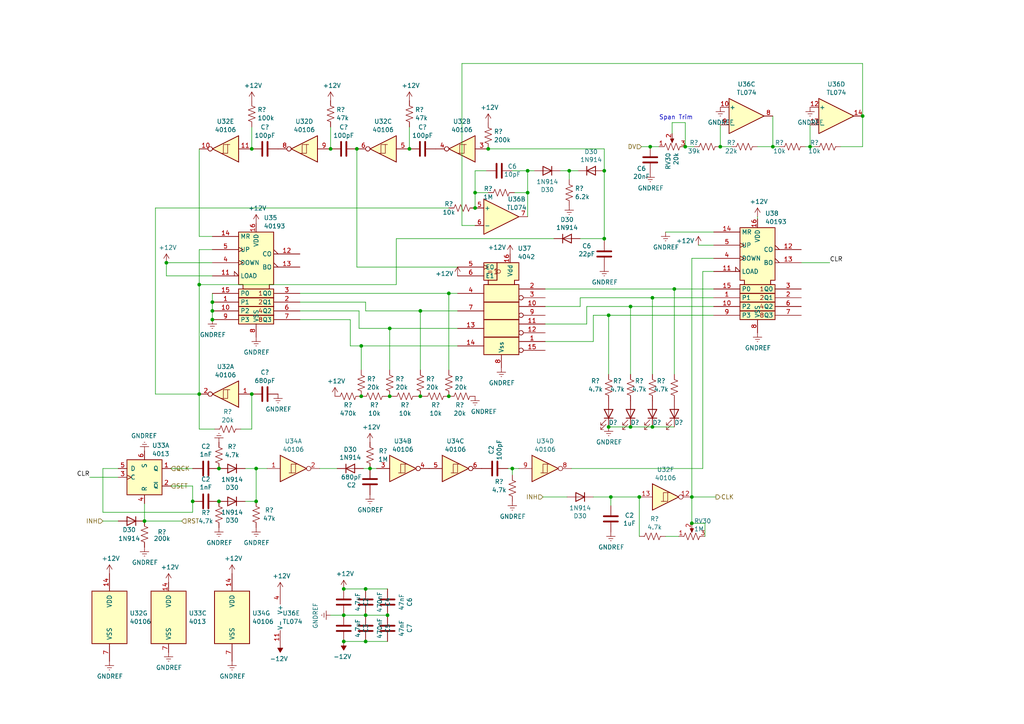
<source format=kicad_sch>
(kicad_sch (version 20230121) (generator eeschema)
  (paper "A4")
  (junction (at 104.775 100.33))
  (junction (at 57.785 82.55))
  (junction (at 188.595 42.545))
  (junction (at 99.695 170.815))
  (junction (at 208.915 42.545))
  (junction (at 113.03 114.935))
  (junction (at 182.88 88.9))
  (junction (at 153.035 55.88))
  (junction (at 61.595 90.17))
  (junction (at 106.045 186.055))
  (junction (at 195.58 83.82))
  (junction (at 175.26 69.215))
  (junction (at 165.1 49.53))
  (junction (at 99.695 178.435))
  (junction (at 57.785 114.3))
  (junction (at 73.025 43.18))
  (junction (at 137.795 55.88))
  (junction (at 104.775 114.935))
  (junction (at 121.92 114.935))
  (junction (at 48.26 76.2))
  (junction (at 176.53 91.44))
  (junction (at 177.165 144.145))
  (junction (at 73.025 114.3))
  (junction (at 198.755 42.545))
  (junction (at 99.695 186.055))
  (junction (at 74.295 145.415))
  (junction (at 113.03 95.25))
  (junction (at 200.66 151.765))
  (junction (at 175.26 49.53))
  (junction (at 61.595 87.63))
  (junction (at 137.795 60.325))
  (junction (at 121.92 90.17))
  (junction (at 103.505 43.18))
  (junction (at 107.315 135.89))
  (junction (at 182.88 123.825))
  (junction (at 106.045 170.815))
  (junction (at 61.595 92.71))
  (junction (at 55.88 145.415))
  (junction (at 189.23 86.36))
  (junction (at 41.91 151.13))
  (junction (at 74.295 135.89))
  (junction (at 106.045 178.435))
  (junction (at 234.95 42.545))
  (junction (at 112.395 178.435))
  (junction (at 130.175 114.935))
  (junction (at 118.745 43.18))
  (junction (at 95.885 43.18))
  (junction (at 148.59 135.89))
  (junction (at 189.23 123.825))
  (junction (at 200.66 144.145))
  (junction (at 153.035 49.53))
  (junction (at 141.605 43.18))
  (junction (at 130.175 85.09))
  (junction (at 224.155 42.545))
  (junction (at 63.5 145.415))
  (junction (at 63.5 135.89))
  (junction (at 185.42 144.145))
  (junction (at 250.19 33.655))
  (junction (at 176.53 123.825))
  (wire (pts (xy 182.88 88.9) (xy 207.01 88.9)))
  (wire (pts (xy 61.595 87.63) (xy 61.595 90.17)))
  (wire (pts (xy 105.41 135.89) (xy 107.315 135.89)))
  (wire (pts (xy 29.845 135.89) (xy 29.845 148.59)))
  (wire (pts (xy 133.985 65.405) (xy 137.795 65.405)))
  (wire (pts (xy 99.695 170.815) (xy 106.045 170.815)))
  (wire (pts (xy 71.12 145.415) (xy 74.295 145.415)))
  (wire (pts (xy 153.035 49.53) (xy 154.94 49.53)))
  (wire (pts (xy 29.845 151.13) (xy 34.29 151.13)))
  (wire (pts (xy 137.795 55.88) (xy 141.605 55.88)))
  (wire (pts (xy 198.755 42.545) (xy 198.755 35.56)))
  (wire (pts (xy 176.53 91.44) (xy 207.01 91.44)))
  (wire (pts (xy 104.14 90.17) (xy 104.14 95.25)))
  (wire (pts (xy 158.115 99.06) (xy 172.085 99.06)))
  (wire (pts (xy 73.025 124.46) (xy 73.025 114.3)))
  (wire (pts (xy 114.935 69.215) (xy 160.655 69.215)))
  (wire (pts (xy 103.505 77.47) (xy 103.505 43.18)))
  (wire (pts (xy 104.775 100.33) (xy 132.715 100.33)))
  (wire (pts (xy 104.14 95.25) (xy 113.03 95.25)))
  (wire (pts (xy 158.115 88.9) (xy 168.275 88.9)))
  (wire (pts (xy 177.165 146.685) (xy 177.165 144.145)))
  (wire (pts (xy 112.395 114.935) (xy 113.03 114.935)))
  (wire (pts (xy 250.19 33.655) (xy 250.19 42.545)))
  (wire (pts (xy 172.085 91.44) (xy 176.53 91.44)))
  (wire (pts (xy 99.695 178.435) (xy 106.045 178.435)))
  (wire (pts (xy 200.66 74.93) (xy 200.66 144.145)))
  (wire (pts (xy 29.845 148.59) (xy 55.88 148.59)))
  (wire (pts (xy 26.035 138.43) (xy 34.29 138.43)))
  (wire (pts (xy 55.88 148.59) (xy 55.88 145.415)))
  (wire (pts (xy 207.01 74.93) (xy 200.66 74.93)))
  (wire (pts (xy 34.29 135.89) (xy 29.845 135.89)))
  (wire (pts (xy 182.88 88.9) (xy 182.88 108.585)))
  (wire (pts (xy 170.18 93.98) (xy 170.18 88.9)))
  (wire (pts (xy 74.295 135.89) (xy 77.47 135.89)))
  (wire (pts (xy 250.19 18.415) (xy 250.19 33.655)))
  (wire (pts (xy 106.045 178.435) (xy 112.395 178.435)))
  (wire (pts (xy 137.795 55.88) (xy 137.795 49.53)))
  (wire (pts (xy 175.26 43.18) (xy 175.26 49.53)))
  (wire (pts (xy 198.755 35.56) (xy 194.945 35.56)))
  (wire (pts (xy 86.995 87.63) (xy 106.045 87.63)))
  (wire (pts (xy 219.71 42.545) (xy 224.155 42.545)))
  (wire (pts (xy 106.045 186.055) (xy 112.395 186.055)))
  (wire (pts (xy 172.085 99.06) (xy 172.085 91.44)))
  (wire (pts (xy 61.595 68.58) (xy 57.785 68.58)))
  (wire (pts (xy 149.225 55.88) (xy 153.035 55.88)))
  (wire (pts (xy 113.03 114.935) (xy 113.665 114.935)))
  (wire (pts (xy 61.595 85.09) (xy 61.595 87.63)))
  (wire (pts (xy 195.58 83.82) (xy 207.01 83.82)))
  (wire (pts (xy 198.755 42.545) (xy 201.295 42.545)))
  (wire (pts (xy 153.035 55.88) (xy 153.035 49.53)))
  (wire (pts (xy 177.165 144.145) (xy 185.42 144.145)))
  (wire (pts (xy 45.085 114.3) (xy 57.785 114.3)))
  (wire (pts (xy 234.95 42.545) (xy 236.22 42.545)))
  (wire (pts (xy 172.085 144.145) (xy 177.165 144.145)))
  (wire (pts (xy 158.115 93.98) (xy 170.18 93.98)))
  (wire (pts (xy 193.04 67.31) (xy 207.01 67.31)))
  (wire (pts (xy 104.775 100.33) (xy 104.775 107.315)))
  (wire (pts (xy 175.26 49.53) (xy 175.26 69.215)))
  (wire (pts (xy 121.285 114.935) (xy 121.92 114.935)))
  (wire (pts (xy 185.42 144.145) (xy 185.42 155.575)))
  (wire (pts (xy 86.995 85.09) (xy 130.175 85.09)))
  (wire (pts (xy 200.66 144.145) (xy 200.66 151.765)))
  (wire (pts (xy 130.175 85.09) (xy 130.175 107.315)))
  (wire (pts (xy 61.595 72.39) (xy 57.785 72.39)))
  (wire (pts (xy 182.88 123.825) (xy 189.23 123.825)))
  (wire (pts (xy 113.03 95.25) (xy 132.715 95.25)))
  (wire (pts (xy 233.68 42.545) (xy 234.95 42.545)))
  (wire (pts (xy 165.735 135.89) (xy 203.835 135.89)))
  (wire (pts (xy 49.53 135.89) (xy 55.88 135.89)))
  (wire (pts (xy 57.785 82.55) (xy 114.935 82.55)))
  (wire (pts (xy 219.71 63.5) (xy 219.71 62.865)))
  (wire (pts (xy 101.6 92.71) (xy 101.6 100.33)))
  (wire (pts (xy 232.41 76.2) (xy 240.665 76.2)))
  (wire (pts (xy 148.59 49.53) (xy 153.035 49.53)))
  (wire (pts (xy 158.115 83.82) (xy 195.58 83.82)))
  (wire (pts (xy 137.795 49.53) (xy 140.97 49.53)))
  (wire (pts (xy 55.88 140.97) (xy 49.53 140.97)))
  (wire (pts (xy 224.155 42.545) (xy 226.06 42.545)))
  (wire (pts (xy 203.835 78.74) (xy 203.835 135.89)))
  (wire (pts (xy 114.935 82.55) (xy 114.935 69.215)))
  (wire (pts (xy 95.885 178.435) (xy 99.695 178.435)))
  (wire (pts (xy 165.1 49.53) (xy 165.1 52.07)))
  (wire (pts (xy 130.175 85.09) (xy 132.715 85.09)))
  (wire (pts (xy 212.09 42.545) (xy 208.915 42.545)))
  (wire (pts (xy 133.985 18.415) (xy 250.19 18.415)))
  (wire (pts (xy 121.92 90.17) (xy 132.715 90.17)))
  (wire (pts (xy 208.915 42.545) (xy 208.915 36.195)))
  (wire (pts (xy 41.91 151.13) (xy 52.705 151.13)))
  (wire (pts (xy 207.01 71.12) (xy 202.565 71.12)))
  (wire (pts (xy 118.745 36.83) (xy 118.745 43.18)))
  (wire (pts (xy 55.88 145.415) (xy 55.88 140.97)))
  (wire (pts (xy 200.66 144.145) (xy 207.645 144.145)))
  (wire (pts (xy 137.795 60.325) (xy 137.795 55.88)))
  (wire (pts (xy 132.715 77.47) (xy 103.505 77.47)))
  (wire (pts (xy 107.315 135.89) (xy 109.22 135.89)))
  (wire (pts (xy 113.03 95.25) (xy 113.03 107.315)))
  (wire (pts (xy 48.26 80.01) (xy 61.595 80.01)))
  (wire (pts (xy 195.58 83.82) (xy 195.58 108.585)))
  (wire (pts (xy 250.19 42.545) (xy 243.84 42.545)))
  (wire (pts (xy 95.885 36.83) (xy 95.885 43.18)))
  (wire (pts (xy 57.785 68.58) (xy 57.785 43.18)))
  (wire (pts (xy 162.56 49.53) (xy 165.1 49.53)))
  (wire (pts (xy 196.85 155.575) (xy 193.04 155.575)))
  (wire (pts (xy 45.085 60.325) (xy 45.085 114.3)))
  (wire (pts (xy 189.23 86.36) (xy 207.01 86.36)))
  (wire (pts (xy 86.995 90.17) (xy 104.14 90.17)))
  (wire (pts (xy 106.045 170.815) (xy 112.395 170.815)))
  (wire (pts (xy 86.995 92.71) (xy 101.6 92.71)))
  (wire (pts (xy 133.985 18.415) (xy 133.985 65.405)))
  (wire (pts (xy 121.92 90.17) (xy 121.92 107.315)))
  (wire (pts (xy 148.59 137.795) (xy 148.59 135.89)))
  (wire (pts (xy 176.53 91.44) (xy 176.53 108.585)))
  (wire (pts (xy 48.26 76.2) (xy 61.595 76.2)))
  (wire (pts (xy 141.605 43.18) (xy 175.26 43.18)))
  (wire (pts (xy 153.035 62.865) (xy 153.035 55.88)))
  (wire (pts (xy 168.275 69.215) (xy 175.26 69.215)))
  (wire (pts (xy 189.23 123.825) (xy 195.58 123.825)))
  (wire (pts (xy 73.025 36.83) (xy 73.025 43.18)))
  (wire (pts (xy 157.48 144.145) (xy 164.465 144.145)))
  (wire (pts (xy 121.92 114.935) (xy 122.555 114.935)))
  (wire (pts (xy 62.23 124.46) (xy 57.785 124.46)))
  (wire (pts (xy 41.91 146.05) (xy 41.91 151.13)))
  (wire (pts (xy 92.71 135.89) (xy 97.79 135.89)))
  (wire (pts (xy 69.85 124.46) (xy 73.025 124.46)))
  (wire (pts (xy 106.045 87.63) (xy 106.045 90.17)))
  (wire (pts (xy 194.945 35.56) (xy 194.945 38.735)))
  (wire (pts (xy 168.275 88.9) (xy 168.275 86.36)))
  (wire (pts (xy 234.95 36.195) (xy 234.95 42.545)))
  (wire (pts (xy 61.595 90.17) (xy 61.595 92.71)))
  (wire (pts (xy 204.47 155.575) (xy 204.47 151.765)))
  (wire (pts (xy 101.6 100.33) (xy 104.775 100.33)))
  (wire (pts (xy 99.695 186.055) (xy 106.045 186.055)))
  (wire (pts (xy 189.23 86.36) (xy 189.23 108.585)))
  (wire (pts (xy 74.295 145.415) (xy 74.295 135.89)))
  (wire (pts (xy 147.32 135.89) (xy 148.59 135.89)))
  (wire (pts (xy 57.785 82.55) (xy 57.785 114.3)))
  (wire (pts (xy 57.785 72.39) (xy 57.785 82.55)))
  (wire (pts (xy 57.785 114.3) (xy 57.785 124.46)))
  (wire (pts (xy 48.26 76.2) (xy 48.26 80.01)))
  (wire (pts (xy 106.045 90.17) (xy 121.92 90.17)))
  (wire (pts (xy 207.01 78.74) (xy 203.835 78.74)))
  (wire (pts (xy 168.275 86.36) (xy 189.23 86.36)))
  (wire (pts (xy 204.47 151.765) (xy 200.66 151.765)))
  (wire (pts (xy 175.26 69.85) (xy 175.26 69.215)))
  (wire (pts (xy 71.12 135.89) (xy 74.295 135.89)))
  (wire (pts (xy 176.53 123.825) (xy 182.88 123.825)))
  (wire (pts (xy 165.1 49.53) (xy 167.64 49.53)))
  (wire (pts (xy 170.18 88.9) (xy 182.88 88.9)))
  (wire (pts (xy 130.175 60.325) (xy 45.085 60.325)))
  (wire (pts (xy 188.595 42.545) (xy 191.135 42.545)))
  (wire (pts (xy 224.155 33.655) (xy 224.155 42.545)))
  (wire (pts (xy 148.59 135.89) (xy 150.495 135.89)))
  (wire (pts (xy 186.055 42.545) (xy 188.595 42.545)))
  (text "Span Trim" (at 191.135 34.925 0) (effects (font (size 1.27 1.27)) (justify left bottom)))
  (label "CLR" (at 240.665 76.2 0))
  (label "CLR" (at 26.035 138.43 180))
  (hierarchical_label "INH" (shape input) (at 157.48 144.145 180))
  (hierarchical_label "RST" (shape input) (at 52.705 151.13 0))
  (hierarchical_label "DV" (shape input) (at 186.055 42.545 180))
  (hierarchical_label "INH" (shape input) (at 29.845 151.13 180))
  (hierarchical_label "QCK" (shape input) (at 49.53 135.89 0))
  (hierarchical_label "SET" (shape input) (at 49.53 140.97 0))
  (hierarchical_label "CLK" (shape output) (at 207.645 144.145 0))
  (symbol (lib_id "power:+12V") (at 81.28 171.45 0) (unit 1)
    (property "Reference" "#PWR018" (effects hide))
    (property "Value" "+12V" (at 81.661 167.0558 0))
    (instances (project "SynthProj" (path "" (reference "#PWR018") (unit 1)) (path "" (reference "#PWR0226") (unit 1)) (path "" (reference "#PWR0374") (unit 1))))
  )
  (symbol (lib_id "Device:R_US") (at 189.23 112.395 180) (unit 1)
    (property "Reference" "R?" (at 185.42 110.49 0))
    (property "Value" "4.7k" (at 185.42 112.9142 0))
    (property "Footprint" "Resistor_SMD:R_0805_2012Metric" (effects hide))
    (instances (project "AnalogTestBoard2" (path "" (reference "R?") (unit 1)) (path "" (reference "R?") (unit 1)) (path "" (reference "R?") (unit 1))) (project "SynthProj" (path "" (reference "R237") (unit 1)) (path "" (reference "R330") (unit 1))))
  )
  (symbol (lib_id "Diode:1N914") (at 168.275 144.145 180) (unit 1)
    (property "Reference" "D30" (at 168.275 149.6568 0))
    (property "Value" "1N914" (at 168.275 147.3454 0))
    (property "Footprint" "Diode_SMD:D_SOD-323F" (effects hide))
    (property "Datasheet" "http://www.vishay.com/docs/85622/1n914.pdf" (effects hide))
    (instances (project "SynthProj" (path "" (reference "D30") (unit 1)) (path "" (reference "D?") (unit 1)) (path "" (reference "D83") (unit 1)) (path "" (reference "D90") (unit 1))))
  )
  (symbol (lib_id "power:+12V") (at 202.565 71.12 0) (unit 1)
    (property "Reference" "#PWR018" (effects hide))
    (property "Value" "+12V" (at 198.755 69.85 0))
    (instances (project "SynthProj" (path "" (reference "#PWR018") (unit 1)) (path "" (reference "#PWR0226") (unit 1)) (path "" (reference "#PWR0396") (unit 1))))
  )
  (symbol (lib_id "power:GNDREF") (at 208.915 31.115 0) (unit 1)
    (property "Reference" "#PWR017" (effects hide))
    (property "Value" "GNDREF" (at 209.042 35.5092 0))
    (instances (project "SynthProj" (path "" (reference "#PWR017") (unit 1)) (path "" (reference "#PWR0225") (unit 1)) (path "" (reference "#PWR0397") (unit 1))))
  )
  (symbol (lib_id "Device:R_US") (at 141.605 39.37 0) (unit 1)
    (property "Reference" "R?" (at 143.256 38.1579 0) (effects (justify left)))
    (property "Value" "200k" (at 143.256 40.5821 0) (effects (justify left)))
    (property "Footprint" "Resistor_SMD:R_0805_2012Metric" (effects hide))
    (instances (project "AnalogTestBoard2" (path "" (reference "R?") (unit 1)) (path "" (reference "R?") (unit 1)) (path "" (reference "R?") (unit 1))) (project "SynthProj" (path "" (reference "R237") (unit 1)) (path "" (reference "R324") (unit 1))))
  )
  (symbol (lib_id "Device:C") (at 59.69 145.415 270) (unit 1)
    (property "Reference" "C2" (at 59.69 139.0142 90))
    (property "Value" "1nF" (at 59.69 141.3256 90))
    (property "Footprint" "Capacitor_SMD:C_0805_2012Metric_Pad1.18x1.45mm_HandSolder" (effects hide))
    (instances (project "SynthProj" (path "" (reference "C2") (unit 1)) (path "" (reference "C151") (unit 1)) (path "" (reference "C163") (unit 1))))
  )
  (symbol (lib_id "Device:C") (at 106.045 174.625 180) (unit 1)
    (property "Reference" "C4" (at 112.4458 174.625 90))
    (property "Value" "470nF" (at 110.1344 174.625 90))
    (property "Footprint" "Capacitor_SMD:C_0805_2012Metric_Pad1.18x1.45mm_HandSolder" (effects hide))
    (instances (project "SynthProj" (path "" (reference "C4") (unit 1)) (path "" (reference "C153") (unit 1)) (path "" (reference "C169") (unit 1))))
  )
  (symbol (lib_id "Amplifier_Operational:TL074") (at 83.82 179.07 0) (unit 5)
    (property "Reference" "U36" (at 81.915 177.8579 0) (effects (justify left)))
    (property "Value" "TL074" (at 81.915 180.2821 0) (effects (justify left)))
    (property "Datasheet" "http://www.ti.com/lit/ds/symlink/tl071.pdf" (effects hide))
  )
  (symbol (lib_id "Device:R_US") (at 107.315 132.08 0) (unit 1)
    (property "Reference" "R?" (at 111.125 130.81 0))
    (property "Value" "1M" (at 111.125 133.2342 0))
    (property "Footprint" "Resistor_SMD:R_0805_2012Metric" (effects hide))
    (instances (project "AnalogTestBoard2" (path "" (reference "R?") (unit 1)) (path "" (reference "R?") (unit 1)) (path "" (reference "R?") (unit 1))) (project "SynthProj" (path "" (reference "R237") (unit 1)) (path "" (reference "R314") (unit 1))))
  )
  (symbol (lib_id "4xxx_IEEE:40193") (at 219.71 76.2 0) (unit 1)
    (property "Reference" "U38" (at 221.9041 61.8957 0) (effects (justify left)))
    (property "Value" "40193" (at 221.9041 64.3199 0) (effects (justify left)))
  )
  (symbol (lib_id "4xxx_IEEE:40193") (at 74.295 77.47 0) (unit 1)
    (property "Reference" "U35" (at 76.4891 63.1657 0) (effects (justify left)))
    (property "Value" "40193" (at 76.4891 65.5899 0) (effects (justify left)))
  )
  (symbol (lib_id "Device:R_US") (at 74.295 149.225 0) (unit 1)
    (property "Reference" "R?" (at 78.105 147.955 0))
    (property "Value" "47k" (at 78.105 150.3792 0))
    (property "Footprint" "Resistor_SMD:R_0805_2012Metric" (effects hide))
    (instances (project "AnalogTestBoard2" (path "" (reference "R?") (unit 1)) (path "" (reference "R?") (unit 1)) (path "" (reference "R?") (unit 1))) (project "SynthProj" (path "" (reference "R237") (unit 1)) (path "" (reference "R310") (unit 1))))
  )
  (symbol (lib_id "power:GNDREF") (at 148.59 145.415 0) (unit 1)
    (property "Reference" "#PWR017" (effects hide))
    (property "Value" "GNDREF" (at 148.717 149.8092 0))
    (instances (project "SynthProj" (path "" (reference "#PWR017") (unit 1)) (path "" (reference "#PWR0225") (unit 1)) (path "" (reference "#PWR0389") (unit 1))))
  )
  (symbol (lib_id "Device:C") (at 99.695 43.18 90) (unit 1)
    (property "Reference" "C?" (at 99.695 36.8767 90))
    (property "Value" "100pF" (at 99.695 39.3009 90))
    (property "Footprint" "Capacitor_SMD:C_0805_2012Metric" (effects hide))
    (instances (project "AnalogTestBoard2" (path "" (reference "C?") (unit 1)) (path "" (reference "C?") (unit 1)) (path "" (reference "C?") (unit 1))) (project "SynthProj" (path "" (reference "C114") (unit 1)) (path "" (reference "C166") (unit 1))))
  )
  (symbol (lib_id "SynthProj-rescue:R_POT_US-Device") (at 194.945 42.545 90) (unit 1)
    (property "Reference" "RV30" (at 193.7766 44.2468 0) (effects (justify right)))
    (property "Value" "20k" (at 196.088 44.2468 0) (effects (justify right)))
    (property "Footprint" "Potentiometer_SMD:Potentiometer_Bourns_TC33X_Vertical" (effects hide))
    (instances (project "SynthProj" (path "" (reference "RV30") (unit 1)) (path "" (reference "RV?") (unit 1)) (path "" (reference "RV?") (unit 1)) (path "" (reference "RV79") (unit 1))))
  )
  (symbol (lib_id "4xxx:4013") (at 41.91 138.43 0) (unit 1)
    (property "Reference" "U33" (at 44.1041 129.2057 0) (effects (justify left)))
    (property "Value" "4013" (at 44.1041 131.6299 0) (effects (justify left)))
    (property "Datasheet" "http://www.onsemi.com/pub/Collateral/MC14013B-D.PDF" (effects hide))
  )
  (symbol (lib_id "power:+12V") (at 132.715 80.01 0) (unit 1)
    (property "Reference" "#PWR018" (effects hide))
    (property "Value" "+12V" (at 128.905 79.375 0))
    (instances (project "SynthProj" (path "" (reference "#PWR018") (unit 1)) (path "" (reference "#PWR0226") (unit 1)) (path "" (reference "#PWR0384") (unit 1))))
  )
  (symbol (lib_id "Device:R_US") (at 41.91 154.94 0) (unit 1)
    (property "Reference" "R?" (at 46.99 154.305 0))
    (property "Value" "200k" (at 46.99 156.21 0))
    (property "Footprint" "Resistor_SMD:R_0805_2012Metric" (effects hide))
    (instances (project "AnalogTestBoard2" (path "" (reference "R?") (unit 1)) (path "" (reference "R?") (unit 1)) (path "" (reference "R?") (unit 1))) (project "SynthProj" (path "" (reference "R237") (unit 1)) (path "" (reference "R305") (unit 1))))
  )
  (symbol (lib_id "power:GNDREF") (at 48.895 189.23 0) (unit 1)
    (property "Reference" "#PWR017" (effects hide))
    (property "Value" "GNDREF" (at 49.022 193.6242 0))
    (instances (project "SynthProj" (path "" (reference "#PWR017") (unit 1)) (path "" (reference "#PWR0225") (unit 1)) (path "" (reference "#PWR0363") (unit 1))))
  )
  (symbol (lib_id "Device:R_US") (at 148.59 141.605 180) (unit 1)
    (property "Reference" "R?" (at 144.78 139.7 0))
    (property "Value" "4.7k" (at 144.78 142.1242 0))
    (property "Footprint" "Resistor_SMD:R_0805_2012Metric" (effects hide))
    (instances (project "AnalogTestBoard2" (path "" (reference "R?") (unit 1)) (path "" (reference "R?") (unit 1)) (path "" (reference "R?") (unit 1))) (project "SynthProj" (path "" (reference "R237") (unit 1)) (path "" (reference "R326") (unit 1))))
  )
  (symbol (lib_id "power:GNDREF") (at 165.1 59.69 0) (unit 1)
    (property "Reference" "#PWR017" (effects hide))
    (property "Value" "GNDREF" (effects hide))
    (instances (project "SynthProj" (path "" (reference "#PWR017") (unit 1)) (path "" (reference "#PWR0225") (unit 1)) (path "" (reference "#PWR0390") (unit 1))))
  )
  (symbol (lib_id "power:+12V") (at 48.895 168.91 0) (unit 1)
    (property "Reference" "#PWR018" (effects hide))
    (property "Value" "+12V" (at 49.276 164.5158 0))
    (instances (project "SynthProj" (path "" (reference "#PWR018") (unit 1)) (path "" (reference "#PWR0226") (unit 1)) (path "" (reference "#PWR0362") (unit 1))))
  )
  (symbol (lib_id "power:+12V") (at 31.75 166.37 0) (unit 1)
    (property "Reference" "#PWR018" (effects hide))
    (property "Value" "+12V" (at 32.131 161.9758 0))
    (instances (project "SynthProj" (path "" (reference "#PWR018") (unit 1)) (path "" (reference "#PWR0226") (unit 1)) (path "" (reference "#PWR0357") (unit 1))))
  )
  (symbol (lib_id "Device:C") (at 143.51 135.89 270) (unit 1)
    (property "Reference" "C2" (at 142.5067 130.4925 0))
    (property "Value" "100pF" (at 144.8181 130.4925 0))
    (property "Footprint" "Capacitor_SMD:C_0805_2012Metric_Pad1.18x1.45mm_HandSolder" (effects hide))
    (instances (project "SynthProj" (path "" (reference "C2") (unit 1)) (path "" (reference "C151") (unit 1)) (path "" (reference "C175") (unit 1))))
  )
  (symbol (lib_id "Device:C") (at 106.045 182.245 180) (unit 1)
    (property "Reference" "C5" (at 112.4458 182.245 90))
    (property "Value" "470nF" (at 110.1344 182.245 90))
    (property "Footprint" "Capacitor_SMD:C_0805_2012Metric_Pad1.18x1.45mm_HandSolder" (effects hide))
    (instances (project "SynthProj" (path "" (reference "C5") (unit 1)) (path "" (reference "C154") (unit 1)) (path "" (reference "C170") (unit 1))))
  )
  (symbol (lib_id "Device:C") (at 99.695 182.245 180) (unit 1)
    (property "Reference" "C3" (at 106.0958 182.245 90))
    (property "Value" "4.7uF" (at 103.7844 182.245 90))
    (property "Footprint" "Capacitor_SMD:C_0805_2012Metric_Pad1.18x1.45mm_HandSolder" (effects hide))
    (instances (project "SynthProj" (path "" (reference "C3") (unit 1)) (path "" (reference "C152") (unit 1)) (path "" (reference "C168") (unit 1))))
  )
  (symbol (lib_id "4xxx:40106") (at 65.405 114.3 180) (unit 1)
    (property "Reference" "U32" (at 65.405 106.3457 0))
    (property "Value" "40106" (at 65.405 108.7699 0))
    (property "Datasheet" "https://assets.nexperia.com/documents/data-sheet/HEF40106B.pdf" (effects hide))
  )
  (symbol (lib_id "Device:R_US") (at 63.5 132.08 0) (unit 1)
    (property "Reference" "R?" (at 67.31 129.54 0))
    (property "Value" "4.7k" (at 67.31 131.9642 0))
    (property "Footprint" "Resistor_SMD:R_0805_2012Metric" (effects hide))
    (instances (project "AnalogTestBoard2" (path "" (reference "R?") (unit 1)) (path "" (reference "R?") (unit 1)) (path "" (reference "R?") (unit 1))) (project "SynthProj" (path "" (reference "R237") (unit 1)) (path "" (reference "R306") (unit 1))))
  )
  (symbol (lib_id "Device:C") (at 122.555 43.18 90) (unit 1)
    (property "Reference" "C?" (at 122.555 36.8767 90))
    (property "Value" "100pF" (at 122.555 39.3009 90))
    (property "Footprint" "Capacitor_SMD:C_0805_2012Metric" (effects hide))
    (instances (project "AnalogTestBoard2" (path "" (reference "C?") (unit 1)) (path "" (reference "C?") (unit 1)) (path "" (reference "C?") (unit 1))) (project "SynthProj" (path "" (reference "C114") (unit 1)) (path "" (reference "C174") (unit 1))))
  )
  (symbol (lib_id "power:+12V") (at 118.745 29.21 0) (unit 1)
    (property "Reference" "#PWR018" (effects hide))
    (property "Value" "+12V" (at 119.126 24.8158 0))
    (instances (project "SynthProj" (path "" (reference "#PWR018") (unit 1)) (path "" (reference "#PWR0226") (unit 1)) (path "" (reference "#PWR0383") (unit 1))))
  )
  (symbol (lib_id "power:-12V") (at 81.28 186.69 180) (unit 1)
    (property "Reference" "#PWR019" (effects hide))
    (property "Value" "-12V" (at 80.899 191.0842 0))
    (instances (project "SynthProj" (path "" (reference "#PWR019") (unit 1)) (path "" (reference "#PWR0227") (unit 1)) (path "" (reference "#PWR0375") (unit 1))))
  )
  (symbol (lib_id "power:GNDREF") (at 107.315 143.51 0) (unit 1)
    (property "Reference" "#PWR017" (effects hide))
    (property "Value" "GNDREF" (at 107.442 147.9042 0))
    (instances (project "SynthProj" (path "" (reference "#PWR017") (unit 1)) (path "" (reference "#PWR0225") (unit 1)) (path "" (reference "#PWR0382") (unit 1))))
  )
  (symbol (lib_id "Device:R_US") (at 165.1 55.88 180) (unit 1)
    (property "Reference" "R?" (at 166.751 54.6679 0) (effects (justify right)))
    (property "Value" "6.2k" (at 166.751 57.0921 0) (effects (justify right)))
    (property "Footprint" "Resistor_SMD:R_0805_2012Metric" (effects hide))
    (instances (project "AnalogTestBoard2" (path "" (reference "R?") (unit 1)) (path "" (reference "R?") (unit 1)) (path "" (reference "R?") (unit 1))) (project "SynthProj" (path "" (reference "R237") (unit 1)) (path "" (reference "R327") (unit 1))))
  )
  (symbol (lib_id "Device:R_US") (at 113.03 111.125 180) (unit 1)
    (property "Reference" "R?" (at 114.681 109.9129 0) (effects (justify right)))
    (property "Value" "20k" (at 114.681 112.3371 0) (effects (justify right)))
    (property "Footprint" "Resistor_SMD:R_0805_2012Metric" (effects hide))
    (instances (project "AnalogTestBoard2" (path "" (reference "R?") (unit 1)) (path "" (reference "R?") (unit 1)) (path "" (reference "R?") (unit 1))) (project "SynthProj" (path "" (reference "R237") (unit 1)) (path "" (reference "R316") (unit 1))))
  )
  (symbol (lib_id "Device:R_US") (at 95.885 33.02 0) (unit 1)
    (property "Reference" "R?" (at 97.536 31.8079 0) (effects (justify left)))
    (property "Value" "47k" (at 97.536 34.2321 0) (effects (justify left)))
    (property "Footprint" "Resistor_SMD:R_0805_2012Metric" (effects hide))
    (instances (project "AnalogTestBoard2" (path "" (reference "R?") (unit 1)) (path "" (reference "R?") (unit 1)) (path "" (reference "R?") (unit 1))) (project "SynthProj" (path "" (reference "R237") (unit 1)) (path "" (reference "R311") (unit 1))))
  )
  (symbol (lib_id "power:+12V") (at 73.025 29.21 0) (unit 1)
    (property "Reference" "#PWR018" (effects hide))
    (property "Value" "+12V" (at 73.406 24.8158 0))
    (instances (project "SynthProj" (path "" (reference "#PWR018") (unit 1)) (path "" (reference "#PWR0226") (unit 1)) (path "" (reference "#PWR0369") (unit 1))))
  )
  (symbol (lib_id "Device:C") (at 59.69 135.89 270) (unit 1)
    (property "Reference" "C2" (at 59.69 129.4892 90))
    (property "Value" "1nF" (at 59.69 131.8006 90))
    (property "Footprint" "Capacitor_SMD:C_0805_2012Metric_Pad1.18x1.45mm_HandSolder" (effects hide))
    (instances (project "SynthProj" (path "" (reference "C2") (unit 1)) (path "" (reference "C151") (unit 1)) (path "" (reference "C162") (unit 1))))
  )
  (symbol (lib_id "power:GNDREF") (at 193.04 67.31 0) (unit 1)
    (property "Reference" "#PWR017" (effects hide))
    (property "Value" "GNDREF" (at 193.167 71.7042 0))
    (instances (project "SynthProj" (path "" (reference "#PWR017") (unit 1)) (path "" (reference "#PWR0225") (unit 1)) (path "" (reference "#PWR0395") (unit 1))))
  )
  (symbol (lib_id "SynthProj-rescue:R_POT_US-Device") (at 200.66 155.575 90) (unit 1)
    (property "Reference" "RV30" (at 201.295 151.13 90) (effects (justify right)))
    (property "Value" "1M" (at 201.295 153.4414 90) (effects (justify right)))
    (property "Footprint" "Potentiometer_THT:Potentiometer_Alps_RK09K_Single_Vertical" (effects hide))
    (instances (project "SynthProj" (path "" (reference "RV30") (unit 1)) (path "" (reference "RV?") (unit 1)) (path "" (reference "RV?") (unit 1)) (path "" (reference "RV80") (unit 1))))
  )
  (symbol (lib_id "4xxx:40106") (at 116.84 135.89 0) (unit 2)
    (property "Reference" "U34" (at 116.84 127.9357 0))
    (property "Value" "40106" (at 116.84 130.3599 0))
    (property "Datasheet" "https://assets.nexperia.com/documents/data-sheet/HEF40106B.pdf" (effects hide))
  )
  (symbol (lib_id "power:GNDREF") (at 145.415 106.68 0) (unit 1)
    (property "Reference" "#PWR017" (effects hide))
    (property "Value" "GNDREF" (at 145.542 111.0742 0))
    (instances (project "SynthProj" (path "" (reference "#PWR017") (unit 1)) (path "" (reference "#PWR0225") (unit 1)) (path "" (reference "#PWR0387") (unit 1))))
  )
  (symbol (lib_id "power:GNDREF") (at 61.595 92.71 0) (unit 1)
    (property "Reference" "#PWR017" (effects hide))
    (property "Value" "GNDREF" (at 61.722 97.1042 0))
    (instances (project "SynthProj" (path "" (reference "#PWR017") (unit 1)) (path "" (reference "#PWR0225") (unit 1)) (path "" (reference "#PWR0364") (unit 1))))
  )
  (symbol (lib_id "Device:R_US") (at 104.775 111.125 180) (unit 1)
    (property "Reference" "R?" (at 106.426 109.9129 0) (effects (justify right)))
    (property "Value" "20k" (at 106.426 112.3371 0) (effects (justify right)))
    (property "Footprint" "Resistor_SMD:R_0805_2012Metric" (effects hide))
    (instances (project "AnalogTestBoard2" (path "" (reference "R?") (unit 1)) (path "" (reference "R?") (unit 1)) (path "" (reference "R?") (unit 1))) (project "SynthProj" (path "" (reference "R237") (unit 1)) (path "" (reference "R313") (unit 1))))
  )
  (symbol (lib_id "Device:C") (at 107.315 139.7 0) (unit 1)
    (property "Reference" "C2" (at 101.9175 140.7033 0))
    (property "Value" "680pF" (at 101.9175 138.3919 0))
    (property "Footprint" "Capacitor_SMD:C_0805_2012Metric_Pad1.18x1.45mm_HandSolder" (effects hide))
    (instances (project "SynthProj" (path "" (reference "C2") (unit 1)) (path "" (reference "C151") (unit 1)) (path "" (reference "C171") (unit 1))))
  )
  (symbol (lib_id "power:GNDREF") (at 177.165 154.305 0) (unit 1)
    (property "Reference" "#PWR017" (effects hide))
    (property "Value" "GNDREF" (at 177.292 158.6992 0))
    (instances (project "SynthProj" (path "" (reference "#PWR017") (unit 1)) (path "" (reference "#PWR0225") (unit 1)) (path "" (reference "#PWR0393") (unit 1))))
  )
  (symbol (lib_id "Device:R_US") (at 195.58 112.395 180) (unit 1)
    (property "Reference" "R?" (at 191.77 110.49 0))
    (property "Value" "4.7k" (at 191.77 112.9142 0))
    (property "Footprint" "Resistor_SMD:R_0805_2012Metric" (effects hide))
    (instances (project "AnalogTestBoard2" (path "" (reference "R?") (unit 1)) (path "" (reference "R?") (unit 1)) (path "" (reference "R?") (unit 1))) (project "SynthProj" (path "" (reference "R237") (unit 1)) (path "" (reference "R332") (unit 1))))
  )
  (symbol (lib_id "Device:LED") (at 182.88 120.015 270) (mirror x) (unit 1)
    (property "Reference" "D?" (at 182.88 122.555 90) (effects (justify left)))
    (property "Value" "LED" (effects hide))
    (property "Footprint" "LED_SMD:LED_0805_2012Metric" (effects hide))
    (instances (project "AnalogTestBoard2" (path "" (reference "D?") (unit 1))) (project "SynthProj" (path "" (reference "D50") (unit 1)) (path "" (reference "D93") (unit 1))))
  )
  (symbol (lib_id "Diode:1N914") (at 67.31 145.415 180) (unit 1)
    (property "Reference" "D30" (at 67.31 150.9268 0))
    (property "Value" "1N914" (at 67.31 148.6154 0))
    (property "Footprint" "Diode_SMD:D_SOD-323F" (effects hide))
    (property "Datasheet" "http://www.vishay.com/docs/85622/1n914.pdf" (effects hide))
    (instances (project "SynthProj" (path "" (reference "D30") (unit 1)) (path "" (reference "D?") (unit 1)) (path "" (reference "D83") (unit 1)) (path "" (reference "D86") (unit 1))))
  )
  (symbol (lib_id "power:GNDREF") (at 95.885 178.435 270) (unit 1)
    (property "Reference" "#PWR017" (effects hide))
    (property "Value" "GNDREF" (at 91.4908 178.562 0))
    (instances (project "SynthProj" (path "" (reference "#PWR017") (unit 1)) (path "" (reference "#PWR0225") (unit 1)) (path "" (reference "#PWR0377") (unit 1))))
  )
  (symbol (lib_id "power:GNDREF") (at 41.91 158.75 0) (unit 1)
    (property "Reference" "#PWR017" (effects hide))
    (property "Value" "GNDREF" (at 42.037 163.1442 0))
    (instances (project "SynthProj" (path "" (reference "#PWR017") (unit 1)) (path "" (reference "#PWR0225") (unit 1)) (path "" (reference "#PWR0360") (unit 1))))
  )
  (symbol (lib_id "Device:R_US") (at 189.23 155.575 90) (unit 1)
    (property "Reference" "R?" (at 189.865 150.495 90))
    (property "Value" "4.7k" (at 189.865 152.9192 90))
    (property "Footprint" "Resistor_SMD:R_0805_2012Metric" (effects hide))
    (instances (project "AnalogTestBoard2" (path "" (reference "R?") (unit 1)) (path "" (reference "R?") (unit 1)) (path "" (reference "R?") (unit 1))) (project "SynthProj" (path "" (reference "R237") (unit 1)) (path "" (reference "R331") (unit 1))))
  )
  (symbol (lib_id "power:+12V") (at 219.71 62.865 0) (unit 1)
    (property "Reference" "#PWR018" (effects hide))
    (property "Value" "+12V" (at 220.091 58.4708 0))
    (instances (project "SynthProj" (path "" (reference "#PWR018") (unit 1)) (path "" (reference "#PWR0226") (unit 1)) (path "" (reference "#PWR0398") (unit 1))))
  )
  (symbol (lib_id "Device:R_US") (at 176.53 112.395 180) (unit 1)
    (property "Reference" "R?" (at 172.72 110.49 0))
    (property "Value" "4.7k" (at 172.72 112.9142 0))
    (property "Footprint" "Resistor_SMD:R_0805_2012Metric" (effects hide))
    (instances (project "AnalogTestBoard2" (path "" (reference "R?") (unit 1)) (path "" (reference "R?") (unit 1)) (path "" (reference "R?") (unit 1))) (project "SynthProj" (path "" (reference "R237") (unit 1)) (path "" (reference "R328") (unit 1))))
  )
  (symbol (lib_id "Device:R_US") (at 130.175 111.125 180) (unit 1)
    (property "Reference" "R?" (at 131.826 109.9129 0) (effects (justify right)))
    (property "Value" "20k" (at 131.826 112.3371 0) (effects (justify right)))
    (property "Footprint" "Resistor_SMD:R_0805_2012Metric" (effects hide))
    (instances (project "AnalogTestBoard2" (path "" (reference "R?") (unit 1)) (path "" (reference "R?") (unit 1)) (path "" (reference "R?") (unit 1))) (project "SynthProj" (path "" (reference "R237") (unit 1)) (path "" (reference "R321") (unit 1))))
  )
  (symbol (lib_id "Device:R_US") (at 66.04 124.46 90) (unit 1)
    (property "Reference" "R?" (at 66.04 119.4267 90))
    (property "Value" "20k" (at 66.04 121.8509 90))
    (property "Footprint" "Resistor_SMD:R_0805_2012Metric" (effects hide))
    (instances (project "AnalogTestBoard2" (path "" (reference "R?") (unit 1)) (path "" (reference "R?") (unit 1)) (path "" (reference "R?") (unit 1))) (project "SynthProj" (path "" (reference "R237") (unit 1)) (path "" (reference "R308") (unit 1))))
  )
  (symbol (lib_id "power:GNDREF") (at 176.53 123.825 0) (unit 1)
    (property "Reference" "#PWR017" (effects hide))
    (property "Value" "GNDREF" (at 176.657 128.2192 0))
    (instances (project "SynthProj" (path "" (reference "#PWR017") (unit 1)) (path "" (reference "#PWR0225") (unit 1)) (path "" (reference "#PWR0392") (unit 1))))
  )
  (symbol (lib_id "power:+12V") (at 99.695 170.815 0) (unit 1)
    (property "Reference" "#PWR018" (effects hide))
    (property "Value" "+12V" (at 100.076 166.4208 0))
    (instances (project "SynthProj" (path "" (reference "#PWR018") (unit 1)) (path "" (reference "#PWR0226") (unit 1)) (path "" (reference "#PWR0379") (unit 1))))
  )
  (symbol (lib_id "power:GNDREF") (at 137.795 114.935 0) (unit 1)
    (property "Reference" "#PWR017" (effects hide))
    (property "Value" "GNDREF" (at 140.335 119.38 0))
    (instances (project "SynthProj" (path "" (reference "#PWR017") (unit 1)) (path "" (reference "#PWR0225") (unit 1)) (path "" (reference "#PWR0385") (unit 1))))
  )
  (symbol (lib_id "4xxx:40106") (at 31.75 179.07 0) (unit 7)
    (property "Reference" "U32" (at 37.592 177.8579 0) (effects (justify left)))
    (property "Value" "40106" (at 37.592 180.2821 0) (effects (justify left)))
    (property "Datasheet" "https://assets.nexperia.com/documents/data-sheet/HEF40106B.pdf" (effects hide))
  )
  (symbol (lib_id "Diode:1N914") (at 38.1 151.13 180) (unit 1)
    (property "Reference" "D30" (at 37.465 153.67 0))
    (property "Value" "1N914" (at 37.465 156.21 0))
    (property "Footprint" "Diode_SMD:D_SOD-323F" (effects hide))
    (property "Datasheet" "http://www.vishay.com/docs/85622/1n914.pdf" (effects hide))
    (instances (project "SynthProj" (path "" (reference "D30") (unit 1)) (path "" (reference "D?") (unit 1)) (path "" (reference "D83") (unit 1)) (path "" (reference "D84") (unit 1))))
  )
  (symbol (lib_id "power:+12V") (at 141.605 35.56 0) (unit 1)
    (property "Reference" "#PWR018" (effects hide))
    (property "Value" "+12V" (at 141.986 31.1658 0))
    (instances (project "SynthProj" (path "" (reference "#PWR018") (unit 1)) (path "" (reference "#PWR0226") (unit 1)) (path "" (reference "#PWR0386") (unit 1))))
  )
  (symbol (lib_id "power:GNDREF") (at 175.26 77.47 0) (unit 1)
    (property "Reference" "#PWR017" (effects hide))
    (property "Value" "GNDREF" (at 175.387 81.8642 0))
    (instances (project "SynthProj" (path "" (reference "#PWR017") (unit 1)) (path "" (reference "#PWR0225") (unit 1)) (path "" (reference "#PWR0391") (unit 1))))
  )
  (symbol (lib_id "Device:C") (at 112.395 174.625 180) (unit 1)
    (property "Reference" "C6" (at 118.7958 174.625 90))
    (property "Value" "47nF" (at 116.4844 174.625 90))
    (property "Footprint" "Capacitor_SMD:C_0805_2012Metric_Pad1.18x1.45mm_HandSolder" (effects hide))
    (instances (project "SynthProj" (path "" (reference "C6") (unit 1)) (path "" (reference "C155") (unit 1)) (path "" (reference "C172") (unit 1))))
  )
  (symbol (lib_id "4xxx:40106") (at 111.125 43.18 180) (unit 3)
    (property "Reference" "U32" (at 111.125 35.2257 0))
    (property "Value" "40106" (at 111.125 37.6499 0))
    (property "Datasheet" "https://assets.nexperia.com/documents/data-sheet/HEF40106B.pdf" (effects hide))
  )
  (symbol (lib_id "Device:R_US") (at 118.745 33.02 0) (unit 1)
    (property "Reference" "R?" (at 120.396 31.8079 0) (effects (justify left)))
    (property "Value" "47k" (at 120.396 34.2321 0) (effects (justify left)))
    (property "Footprint" "Resistor_SMD:R_0805_2012Metric" (effects hide))
    (instances (project "AnalogTestBoard2" (path "" (reference "R?") (unit 1)) (path "" (reference "R?") (unit 1)) (path "" (reference "R?") (unit 1))) (project "SynthProj" (path "" (reference "R237") (unit 1)) (path "" (reference "R318") (unit 1))))
  )
  (symbol (lib_id "Diode:1N914") (at 101.6 135.89 0) (unit 1)
    (property "Reference" "D30" (at 101.6 130.3782 0))
    (property "Value" "1N914" (at 101.6 132.6896 0))
    (property "Footprint" "Diode_SMD:D_SOD-323F" (effects hide))
    (property "Datasheet" "http://www.vishay.com/docs/85622/1n914.pdf" (effects hide))
    (instances (project "SynthProj" (path "" (reference "D30") (unit 1)) (path "" (reference "D?") (unit 1)) (path "" (reference "D83") (unit 1)) (path "" (reference "D87") (unit 1))))
  )
  (symbol (lib_id "Device:C") (at 188.595 46.355 0) (unit 1)
    (property "Reference" "C6" (at 186.055 48.895 0))
    (property "Value" "20nF" (at 186.055 51.2064 0))
    (property "Footprint" "Capacitor_SMD:C_0805_2012Metric_Pad1.18x1.45mm_HandSolder" (effects hide))
    (instances (project "SynthProj" (path "" (reference "C6") (unit 1)) (path "" (reference "C155") (unit 1)) (path "" (reference "C179") (unit 1))))
  )
  (symbol (lib_id "Device:R_US") (at 133.985 60.325 270) (unit 1)
    (property "Reference" "R?" (at 130.175 59.1708 90))
    (property "Value" "10k" (at 130.175 61.595 90))
    (property "Footprint" "Resistor_SMD:R_0805_2012Metric" (effects hide))
    (instances (project "AnalogTestBoard2" (path "" (reference "R?") (unit 1)) (path "" (reference "R?") (unit 1)) (path "" (reference "R?") (unit 1))) (project "SynthProj" (path "" (reference "R237") (unit 1)) (path "" (reference "R322") (unit 1))))
  )
  (symbol (lib_id "Diode:1N914") (at 67.31 135.89 180) (unit 1)
    (property "Reference" "D30" (at 67.31 141.4018 0))
    (property "Value" "1N914" (at 67.31 139.0904 0))
    (property "Footprint" "Diode_SMD:D_SOD-323F" (effects hide))
    (property "Datasheet" "http://www.vishay.com/docs/85622/1n914.pdf" (effects hide))
    (instances (project "SynthProj" (path "" (reference "D30") (unit 1)) (path "" (reference "D?") (unit 1)) (path "" (reference "D83") (unit 1)) (path "" (reference "D85") (unit 1))))
  )
  (symbol (lib_id "Amplifier_Operational:TL074") (at 145.415 62.865 0) (unit 2)
    (property "Reference" "U36" (at 149.86 57.785 0))
    (property "Value" "TL074" (at 149.86 60.2092 0))
    (property "Datasheet" "http://www.ti.com/lit/ds/symlink/tl071.pdf" (effects hide))
  )
  (symbol (lib_id "power:GNDREF") (at 188.595 50.165 0) (unit 1)
    (property "Reference" "#PWR017" (effects hide))
    (property "Value" "GNDREF" (at 188.722 54.5592 0))
    (instances (project "SynthProj" (path "" (reference "#PWR017") (unit 1)) (path "" (reference "#PWR0225") (unit 1)) (path "" (reference "#PWR0394") (unit 1))))
  )
  (symbol (lib_id "Device:LED") (at 195.58 120.015 270) (mirror x) (unit 1)
    (property "Reference" "D?" (at 195.58 122.555 90) (effects (justify left)))
    (property "Value" "LED" (effects hide))
    (property "Footprint" "LED_SMD:LED_0805_2012Metric" (effects hide))
    (instances (project "AnalogTestBoard2" (path "" (reference "D?") (unit 1))) (project "SynthProj" (path "" (reference "D50") (unit 1)) (path "" (reference "D95") (unit 1))))
  )
  (symbol (lib_id "Amplifier_Operational:TL074") (at 216.535 33.655 0) (unit 3)
    (property "Reference" "U36" (at 216.535 24.4307 0))
    (property "Value" "TL074" (at 216.535 26.8549 0))
    (property "Datasheet" "http://www.ti.com/lit/ds/symlink/tl071.pdf" (effects hide))
  )
  (symbol (lib_id "Device:R_US") (at 133.985 114.935 270) (unit 1)
    (property "Reference" "R?" (at 133.35 117.475 90))
    (property "Value" "20k" (at 133.35 119.8992 90))
    (property "Footprint" "Resistor_SMD:R_0805_2012Metric" (effects hide))
    (instances (project "AnalogTestBoard2" (path "" (reference "R?") (unit 1)) (path "" (reference "R?") (unit 1)) (path "" (reference "R?") (unit 1))) (project "SynthProj" (path "" (reference "R237") (unit 1)) (path "" (reference "R323") (unit 1))))
  )
  (symbol (lib_id "power:+12V") (at 67.31 166.37 0) (unit 1)
    (property "Reference" "#PWR018" (effects hide))
    (property "Value" "+12V" (at 67.691 161.9758 0))
    (instances (project "SynthProj" (path "" (reference "#PWR018") (unit 1)) (path "" (reference "#PWR0226") (unit 1)) (path "" (reference "#PWR0367") (unit 1))))
  )
  (symbol (lib_id "4xxx:40106") (at 133.985 43.18 180) (unit 2)
    (property "Reference" "U32" (at 133.985 35.2257 0))
    (property "Value" "40106" (at 133.985 37.6499 0))
    (property "Datasheet" "https://assets.nexperia.com/documents/data-sheet/HEF40106B.pdf" (effects hide))
  )
  (symbol (lib_id "Diode:1N914") (at 158.75 49.53 180) (unit 1)
    (property "Reference" "D30" (at 158.75 55.0418 0))
    (property "Value" "1N914" (at 158.75 52.7304 0))
    (property "Footprint" "Diode_SMD:D_SOD-323F" (effects hide))
    (property "Datasheet" "http://www.vishay.com/docs/85622/1n914.pdf" (effects hide))
    (instances (project "SynthProj" (path "" (reference "D30") (unit 1)) (path "" (reference "D?") (unit 1)) (path "" (reference "D83") (unit 1)) (path "" (reference "D88") (unit 1))))
  )
  (symbol (lib_id "4xxx:40106") (at 193.04 144.145 0) (unit 6)
    (property "Reference" "U32" (at 193.04 136.1907 0))
    (property "Value" "40106" (at 193.04 138.6149 0))
    (property "Datasheet" "https://assets.nexperia.com/documents/data-sheet/HEF40106B.pdf" (effects hide))
  )
  (symbol (lib_id "4xxx:40106") (at 67.31 179.07 0) (unit 7)
    (property "Reference" "U34" (at 73.152 177.8579 0) (effects (justify left)))
    (property "Value" "40106" (at 73.152 180.2821 0) (effects (justify left)))
    (property "Datasheet" "https://assets.nexperia.com/documents/data-sheet/HEF40106B.pdf" (effects hide))
  )
  (symbol (lib_id "Device:R_US") (at 182.88 112.395 180) (unit 1)
    (property "Reference" "R?" (at 179.07 110.49 0))
    (property "Value" "4.7k" (at 179.07 112.9142 0))
    (property "Footprint" "Resistor_SMD:R_0805_2012Metric" (effects hide))
    (instances (project "AnalogTestBoard2" (path "" (reference "R?") (unit 1)) (path "" (reference "R?") (unit 1)) (path "" (reference "R?") (unit 1))) (project "SynthProj" (path "" (reference "R237") (unit 1)) (path "" (reference "R329") (unit 1))))
  )
  (symbol (lib_id "Diode:1N914") (at 164.465 69.215 0) (unit 1)
    (property "Reference" "D30" (at 164.465 63.7032 0))
    (property "Value" "1N914" (at 164.465 66.0146 0))
    (property "Footprint" "Diode_SMD:D_SOD-323F" (effects hide))
    (property "Datasheet" "http://www.vishay.com/docs/85622/1n914.pdf" (effects hide))
    (instances (project "SynthProj" (path "" (reference "D30") (unit 1)) (path "" (reference "D?") (unit 1)) (path "" (reference "D83") (unit 1)) (path "" (reference "D89") (unit 1))))
  )
  (symbol (lib_id "power:GNDREF") (at 31.75 191.77 0) (unit 1)
    (property "Reference" "#PWR017" (effects hide))
    (property "Value" "GNDREF" (at 31.877 196.1642 0))
    (instances (project "SynthProj" (path "" (reference "#PWR017") (unit 1)) (path "" (reference "#PWR0225") (unit 1)) (path "" (reference "#PWR0358") (unit 1))))
  )
  (symbol (lib_id "Device:R_US") (at 229.87 42.545 270) (unit 1)
    (property "Reference" "R?" (at 226.06 41.3908 90))
    (property "Value" "10k" (at 226.06 43.815 90))
    (property "Footprint" "Resistor_SMD:R_0805_2012Metric" (effects hide))
    (instances (project "AnalogTestBoard2" (path "" (reference "R?") (unit 1)) (path "" (reference "R?") (unit 1)) (path "" (reference "R?") (unit 1))) (project "SynthProj" (path "" (reference "R237") (unit 1)) (path "" (reference "R335") (unit 1))))
  )
  (symbol (lib_id "power:GNDREF") (at 74.295 97.79 0) (unit 1)
    (property "Reference" "#PWR017" (effects hide))
    (property "Value" "GNDREF" (at 74.422 102.1842 0))
    (instances (project "SynthProj" (path "" (reference "#PWR017") (unit 1)) (path "" (reference "#PWR0225") (unit 1)) (path "" (reference "#PWR0371") (unit 1))))
  )
  (symbol (lib_id "Device:R_US") (at 240.03 42.545 270) (unit 1)
    (property "Reference" "R?" (at 236.22 41.3908 90))
    (property "Value" "10k" (at 236.22 43.815 90))
    (property "Footprint" "Resistor_SMD:R_0805_2012Metric" (effects hide))
    (instances (project "AnalogTestBoard2" (path "" (reference "R?") (unit 1)) (path "" (reference "R?") (unit 1)) (path "" (reference "R?") (unit 1))) (project "SynthProj" (path "" (reference "R237") (unit 1)) (path "" (reference "R336") (unit 1))))
  )
  (symbol (lib_id "power:GNDREF") (at 63.5 153.035 0) (unit 1)
    (property "Reference" "#PWR017" (effects hide))
    (property "Value" "GNDREF" (at 63.627 157.4292 0))
    (instances (project "SynthProj" (path "" (reference "#PWR017") (unit 1)) (path "" (reference "#PWR0225") (unit 1)) (path "" (reference "#PWR0366") (unit 1))))
  )
  (symbol (lib_id "power:GNDREF") (at 67.31 191.77 0) (unit 1)
    (property "Reference" "#PWR017" (effects hide))
    (property "Value" "GNDREF" (at 67.437 196.1642 0))
    (instances (project "SynthProj" (path "" (reference "#PWR017") (unit 1)) (path "" (reference "#PWR0225") (unit 1)) (path "" (reference "#PWR0368") (unit 1))))
  )
  (symbol (lib_id "Device:R_US") (at 145.415 55.88 270) (unit 1)
    (property "Reference" "R?" (at 141.605 54.7258 90))
    (property "Value" "1M" (at 141.605 57.15 90))
    (property "Footprint" "Resistor_SMD:R_0805_2012Metric" (effects hide))
    (instances (project "AnalogTestBoard2" (path "" (reference "R?") (unit 1)) (path "" (reference "R?") (unit 1)) (path "" (reference "R?") (unit 1))) (project "SynthProj" (path "" (reference "R237") (unit 1)) (path "" (reference "R325") (unit 1))))
  )
  (symbol (lib_id "power:GNDREF") (at 234.95 31.115 0) (unit 1)
    (property "Reference" "#PWR017" (effects hide))
    (property "Value" "GNDREF" (at 235.077 35.5092 0))
    (instances (project "SynthProj" (path "" (reference "#PWR017") (unit 1)) (path "" (reference "#PWR0225") (unit 1)) (path "" (reference "#PWR0400") (unit 1))))
  )
  (symbol (lib_id "4xxx:40106") (at 85.09 135.89 0) (unit 1)
    (property "Reference" "U34" (at 85.09 127.9357 0))
    (property "Value" "40106" (at 85.09 130.3599 0))
    (property "Datasheet" "https://assets.nexperia.com/documents/data-sheet/HEF40106B.pdf" (effects hide))
  )
  (symbol (lib_id "power:+12V") (at 95.885 29.21 0) (unit 1)
    (property "Reference" "#PWR018" (effects hide))
    (property "Value" "+12V" (at 96.266 24.8158 0))
    (instances (project "SynthProj" (path "" (reference "#PWR018") (unit 1)) (path "" (reference "#PWR0226") (unit 1)) (path "" (reference "#PWR0376") (unit 1))))
  )
  (symbol (lib_id "Device:C") (at 76.835 43.18 90) (unit 1)
    (property "Reference" "C?" (at 76.835 36.8767 90))
    (property "Value" "100pF" (at 76.835 39.3009 90))
    (property "Footprint" "Capacitor_SMD:C_0805_2012Metric" (effects hide))
    (instances (project "AnalogTestBoard2" (path "" (reference "C?") (unit 1)) (path "" (reference "C?") (unit 1)) (path "" (reference "C?") (unit 1))) (project "SynthProj" (path "" (reference "C114") (unit 1)) (path "" (reference "C164") (unit 1))))
  )
  (symbol (lib_id "power:+12V") (at 48.26 76.2 0) (unit 1)
    (property "Reference" "#PWR018" (effects hide))
    (property "Value" "+12V" (at 48.641 71.8058 0))
    (instances (project "SynthProj" (path "" (reference "#PWR018") (unit 1)) (path "" (reference "#PWR0226") (unit 1)) (path "" (reference "#PWR0361") (unit 1))))
  )
  (symbol (lib_id "4xxx:40106") (at 132.08 135.89 0) (unit 3)
    (property "Reference" "U34" (at 132.08 127.9357 0))
    (property "Value" "40106" (at 132.08 130.3599 0))
    (property "Datasheet" "https://assets.nexperia.com/documents/data-sheet/HEF40106B.pdf" (effects hide))
  )
  (symbol (lib_id "4xxx:40106") (at 158.115 135.89 0) (unit 4)
    (property "Reference" "U34" (at 158.115 127.9357 0))
    (property "Value" "40106" (at 158.115 130.3599 0))
    (property "Datasheet" "https://assets.nexperia.com/documents/data-sheet/HEF40106B.pdf" (effects hide))
  )
  (symbol (lib_id "Device:R_US") (at 117.475 114.935 270) (unit 1)
    (property "Reference" "R?" (at 117.475 117.475 90))
    (property "Value" "10k" (at 117.475 119.8992 90))
    (property "Footprint" "Resistor_SMD:R_0805_2012Metric" (effects hide))
    (instances (project "AnalogTestBoard2" (path "" (reference "R?") (unit 1)) (path "" (reference "R?") (unit 1)) (path "" (reference "R?") (unit 1))) (project "SynthProj" (path "" (reference "R237") (unit 1)) (path "" (reference "R317") (unit 1))))
  )
  (symbol (lib_id "Device:C") (at 99.695 174.625 180) (unit 1)
    (property "Reference" "C2" (at 106.0958 174.625 90))
    (property "Value" "4.7uF" (at 103.7844 174.625 90))
    (property "Footprint" "Capacitor_SMD:C_0805_2012Metric_Pad1.18x1.45mm_HandSolder" (effects hide))
    (instances (project "SynthProj" (path "" (reference "C2") (unit 1)) (path "" (reference "C151") (unit 1)) (path "" (reference "C167") (unit 1))))
  )
  (symbol (lib_id "4xxx:4013") (at 48.895 179.07 0) (unit 3)
    (property "Reference" "U33" (at 54.737 177.8579 0) (effects (justify left)))
    (property "Value" "4013" (at 54.737 180.2821 0) (effects (justify left)))
    (property "Datasheet" "http://www.onsemi.com/pub/Collateral/MC14013B-D.PDF" (effects hide))
  )
  (symbol (lib_id "power:+12V") (at 147.955 73.66 0) (unit 1)
    (property "Reference" "#PWR018" (effects hide))
    (property "Value" "+12V" (at 144.145 71.755 0))
    (instances (project "SynthProj" (path "" (reference "#PWR018") (unit 1)) (path "" (reference "#PWR0226") (unit 1)) (path "" (reference "#PWR0388") (unit 1))))
  )
  (symbol (lib_id "power:+12V") (at 74.295 64.77 0) (unit 1)
    (property "Reference" "#PWR018" (effects hide))
    (property "Value" "+12V" (at 74.676 60.3758 0))
    (instances (project "SynthProj" (path "" (reference "#PWR018") (unit 1)) (path "" (reference "#PWR0226") (unit 1)) (path "" (reference "#PWR0370") (unit 1))))
  )
  (symbol (lib_id "4xxx_IEEE:4042") (at 145.415 88.9 0) (unit 1)
    (property "Reference" "U37" (at 150.1491 72.0557 0) (effects (justify left)))
    (property "Value" "4042" (at 150.1491 74.4799 0) (effects (justify left)))
  )
  (symbol (lib_id "Device:C") (at 112.395 182.245 180) (unit 1)
    (property "Reference" "C7" (at 118.7958 182.245 90))
    (property "Value" "47nF" (at 116.4844 182.245 90))
    (property "Footprint" "Capacitor_SMD:C_0805_2012Metric_Pad1.18x1.45mm_HandSolder" (effects hide))
    (instances (project "SynthProj" (path "" (reference "C7") (unit 1)) (path "" (reference "C156") (unit 1)) (path "" (reference "C173") (unit 1))))
  )
  (symbol (lib_id "Device:LED") (at 189.23 120.015 270) (mirror x) (unit 1)
    (property "Reference" "D?" (at 189.23 122.555 90) (effects (justify left)))
    (property "Value" "LED" (effects hide))
    (property "Footprint" "LED_SMD:LED_0805_2012Metric" (effects hide))
    (instances (project "AnalogTestBoard2" (path "" (reference "D?") (unit 1))) (project "SynthProj" (path "" (reference "D50") (unit 1)) (path "" (reference "D94") (unit 1))))
  )
  (symbol (lib_id "Device:R_US") (at 126.365 114.935 270) (unit 1)
    (property "Reference" "R?" (at 126.365 117.475 90))
    (property "Value" "10k" (at 126.365 119.8992 90))
    (property "Footprint" "Resistor_SMD:R_0805_2012Metric" (effects hide))
    (instances (project "AnalogTestBoard2" (path "" (reference "R?") (unit 1)) (path "" (reference "R?") (unit 1)) (path "" (reference "R?") (unit 1))) (project "SynthProj" (path "" (reference "R237") (unit 1)) (path "" (reference "R320") (unit 1))))
  )
  (symbol (lib_id "Device:LED") (at 176.53 120.015 270) (mirror x) (unit 1)
    (property "Reference" "D?" (at 176.53 122.555 90) (effects (justify left)))
    (property "Value" "LED" (effects hide))
    (property "Footprint" "LED_SMD:LED_0805_2012Metric" (effects hide))
    (instances (project "AnalogTestBoard2" (path "" (reference "D?") (unit 1))) (project "SynthProj" (path "" (reference "D50") (unit 1)) (path "" (reference "D92") (unit 1))))
  )
  (symbol (lib_id "power:-12V") (at 99.695 186.055 180) (unit 1)
    (property "Reference" "#PWR019" (effects hide))
    (property "Value" "-12V" (at 99.314 190.4492 0))
    (instances (project "SynthProj" (path "" (reference "#PWR019") (unit 1)) (path "" (reference "#PWR0227") (unit 1)) (path "" (reference "#PWR0380") (unit 1))))
  )
  (symbol (lib_id "power:GNDREF") (at 63.5 128.27 180) (unit 1)
    (property "Reference" "#PWR017" (effects hide))
    (property "Value" "GNDREF" (effects hide))
    (instances (project "SynthProj" (path "" (reference "#PWR017") (unit 1)) (path "" (reference "#PWR0225") (unit 1)) (path "" (reference "#PWR0365") (unit 1))))
  )
  (symbol (lib_id "power:GNDREF") (at 41.91 130.81 180) (unit 1)
    (property "Reference" "#PWR017" (effects hide))
    (property "Value" "GNDREF" (at 41.783 126.4158 0))
    (instances (project "SynthProj" (path "" (reference "#PWR017") (unit 1)) (path "" (reference "#PWR0225") (unit 1)) (path "" (reference "#PWR0359") (unit 1))))
  )
  (symbol (lib_id "Device:R_US") (at 100.965 114.935 270) (unit 1)
    (property "Reference" "R?" (at 100.965 117.475 90))
    (property "Value" "470k" (at 100.965 119.8992 90))
    (property "Footprint" "Resistor_SMD:R_0805_2012Metric" (effects hide))
    (instances (project "AnalogTestBoard2" (path "" (reference "R?") (unit 1)) (path "" (reference "R?") (unit 1)) (path "" (reference "R?") (unit 1))) (project "SynthProj" (path "" (reference "R237") (unit 1)) (path "" (reference "R312") (unit 1))))
  )
  (symbol (lib_id "Device:R_US") (at 73.025 33.02 0) (unit 1)
    (property "Reference" "R?" (at 74.676 31.8079 0) (effects (justify left)))
    (property "Value" "100k" (at 74.676 34.2321 0) (effects (justify left)))
    (property "Footprint" "Resistor_SMD:R_0805_2012Metric" (effects hide))
    (instances (project "AnalogTestBoard2" (path "" (reference "R?") (unit 1)) (path "" (reference "R?") (unit 1)) (path "" (reference "R?") (unit 1))) (project "SynthProj" (path "" (reference "R237") (unit 1)) (path "" (reference "R309") (unit 1))))
  )
  (symbol (lib_id "Device:R_US") (at 121.92 111.125 180) (unit 1)
    (property "Reference" "R?" (at 123.571 109.9129 0) (effects (justify right)))
    (property "Value" "20k" (at 123.571 112.3371 0) (effects (justify right)))
    (property "Footprint" "Resistor_SMD:R_0805_2012Metric" (effects hide))
    (instances (project "AnalogTestBoard2" (path "" (reference "R?") (unit 1)) (path "" (reference "R?") (unit 1)) (path "" (reference "R?") (unit 1))) (project "SynthProj" (path "" (reference "R237") (unit 1)) (path "" (reference "R319") (unit 1))))
  )
  (symbol (lib_id "power:+12V") (at 97.155 114.935 0) (unit 1)
    (property "Reference" "#PWR018" (effects hide))
    (property "Value" "+12V" (at 97.536 110.5408 0))
    (instances (project "SynthProj" (path "" (reference "#PWR018") (unit 1)) (path "" (reference "#PWR0226") (unit 1)) (path "" (reference "#PWR0378") (unit 1))))
  )
  (symbol (lib_id "Device:C") (at 76.835 114.3 90) (unit 1)
    (property "Reference" "C?" (at 76.835 107.9967 90))
    (property "Value" "680pF" (at 76.835 110.4209 90))
    (property "Footprint" "Capacitor_SMD:C_0805_2012Metric" (effects hide))
    (instances (project "AnalogTestBoard2" (path "" (reference "C?") (unit 1)) (path "" (reference "C?") (unit 1)) (path "" (reference "C?") (unit 1))) (project "SynthProj" (path "" (reference "C114") (unit 1)) (path "" (reference "C165") (unit 1))))
  )
  (symbol (lib_id "4xxx:40106") (at 88.265 43.18 180) (unit 4)
    (property "Reference" "U32" (at 88.265 35.2257 0))
    (property "Value" "40106" (at 88.265 37.6499 0))
    (property "Datasheet" "https://assets.nexperia.com/documents/data-sheet/HEF40106B.pdf" (effects hide))
  )
  (symbol (lib_id "4xxx:40106") (at 65.405 43.18 180) (unit 5)
    (property "Reference" "U32" (at 65.405 35.2257 0))
    (property "Value" "40106" (at 65.405 37.6499 0))
    (property "Datasheet" "https://assets.nexperia.com/documents/data-sheet/HEF40106B.pdf" (effects hide))
  )
  (symbol (lib_id "Diode:1N914") (at 171.45 49.53 0) (unit 1)
    (property "Reference" "D30" (at 171.45 44.0182 0))
    (property "Value" "1N914" (at 171.45 46.3296 0))
    (property "Footprint" "Diode_SMD:D_SOD-323F" (effects hide))
    (property "Datasheet" "http://www.vishay.com/docs/85622/1n914.pdf" (effects hide))
    (instances (project "SynthProj" (path "" (reference "D30") (unit 1)) (path "" (reference "D?") (unit 1)) (path "" (reference "D83") (unit 1)) (path "" (reference "D91") (unit 1))))
  )
  (symbol (lib_id "Device:R_US") (at 108.585 114.935 270) (unit 1)
    (property "Reference" "R?" (at 108.585 117.475 90))
    (property "Value" "10k" (at 108.585 119.8992 90))
    (property "Footprint" "Resistor_SMD:R_0805_2012Metric" (effects hide))
    (instances (project "AnalogTestBoard2" (path "" (reference "R?") (unit 1)) (path "" (reference "R?") (unit 1)) (path "" (reference "R?") (unit 1))) (project "SynthProj" (path "" (reference "R237") (unit 1)) (path "" (reference "R315") (unit 1))))
  )
  (symbol (lib_id "Device:R_US") (at 205.105 42.545 270) (unit 1)
    (property "Reference" "R?" (at 201.295 41.3908 90))
    (property "Value" "39k" (at 201.295 43.815 90))
    (property "Footprint" "Resistor_SMD:R_0805_2012Metric" (effects hide))
    (instances (project "AnalogTestBoard2" (path "" (reference "R?") (unit 1)) (path "" (reference "R?") (unit 1)) (path "" (reference "R?") (unit 1))) (project "SynthProj" (path "" (reference "R237") (unit 1)) (path "" (reference "R333") (unit 1))))
  )
  (symbol (lib_id "power:GNDREF") (at 80.645 114.3 0) (unit 1)
    (property "Reference" "#PWR017" (effects hide))
    (property "Value" "GNDREF" (at 80.772 118.6942 0))
    (instances (project "SynthProj" (path "" (reference "#PWR017") (unit 1)) (path "" (reference "#PWR0225") (unit 1)) (path "" (reference "#PWR0373") (unit 1))))
  )
  (symbol (lib_id "power:GNDREF") (at 74.295 153.035 0) (unit 1)
    (property "Reference" "#PWR017" (effects hide))
    (property "Value" "GNDREF" (at 74.422 157.4292 0))
    (instances (project "SynthProj" (path "" (reference "#PWR017") (unit 1)) (path "" (reference "#PWR0225") (unit 1)) (path "" (reference "#PWR0372") (unit 1))))
  )
  (symbol (lib_id "Device:R_US") (at 215.9 42.545 270) (unit 1)
    (property "Reference" "R?" (at 212.09 41.3908 90))
    (property "Value" "22k" (at 212.09 43.815 90))
    (property "Footprint" "Resistor_SMD:R_0805_2012Metric" (effects hide))
    (instances (project "AnalogTestBoard2" (path "" (reference "R?") (unit 1)) (path "" (reference "R?") (unit 1)) (path "" (reference "R?") (unit 1))) (project "SynthProj" (path "" (reference "R237") (unit 1)) (path "" (reference "R334") (unit 1))))
  )
  (symbol (lib_id "power:+12V") (at 107.315 128.27 0) (unit 1)
    (property "Reference" "#PWR018" (effects hide))
    (property "Value" "+12V" (at 107.696 123.8758 0))
    (instances (project "SynthProj" (path "" (reference "#PWR018") (unit 1)) (path "" (reference "#PWR0226") (unit 1)) (path "" (reference "#PWR0381") (unit 1))))
  )
  (symbol (lib_id "Device:C") (at 177.165 150.495 180) (unit 1)
    (property "Reference" "C2" (at 182.5625 149.4917 0))
    (property "Value" "1uF" (at 182.5625 151.8031 0))
    (property "Footprint" "Capacitor_SMD:C_0805_2012Metric_Pad1.18x1.45mm_HandSolder" (effects hide))
    (instances (project "SynthProj" (path "" (reference "C2") (unit 1)) (path "" (reference "C151") (unit 1)) (path "" (reference "C178") (unit 1))))
  )
  (symbol (lib_id "power:GNDREF") (at 219.71 96.52 0) (unit 1)
    (property "Reference" "#PWR017" (effects hide))
    (property "Value" "GNDREF" (at 219.837 100.9142 0))
    (instances (project "SynthProj" (path "" (reference "#PWR017") (unit 1)) (path "" (reference "#PWR0225") (unit 1)) (path "" (reference "#PWR0399") (unit 1))))
  )
  (symbol (lib_id "Device:R_US") (at 63.5 149.225 0) (unit 1)
    (property "Reference" "R?" (at 59.69 148.7058 0))
    (property "Value" "4.7k" (at 59.69 151.13 0))
    (property "Footprint" "Resistor_SMD:R_0805_2012Metric" (effects hide))
    (instances (project "AnalogTestBoard2" (path "" (reference "R?") (unit 1)) (path "" (reference "R?") (unit 1)) (path "" (reference "R?") (unit 1))) (project "SynthProj" (path "" (reference "R237") (unit 1)) (path "" (reference "R307") (unit 1))))
  )
  (symbol (lib_id "Amplifier_Operational:TL074") (at 242.57 33.655 0) (unit 4)
    (property "Reference" "U36" (at 242.57 24.4307 0))
    (property "Value" "TL074" (at 242.57 26.8549 0))
    (property "Datasheet" "http://www.ti.com/lit/ds/symlink/tl071.pdf" (effects hide))
  )
  (symbol (lib_id "Device:C") (at 144.78 49.53 90) (unit 1)
    (property "Reference" "C6" (at 148.59 48.26 90))
    (property "Value" "10pF" (at 148.59 50.5714 90))
    (property "Footprint" "Capacitor_SMD:C_0805_2012Metric_Pad1.18x1.45mm_HandSolder" (effects hide))
    (instances (project "SynthProj" (path "" (reference "C6") (unit 1)) (path "" (reference "C155") (unit 1)) (path "" (reference "C176") (unit 1))))
  )
  (symbol (lib_id "Device:C") (at 175.26 73.66 180) (unit 1)
    (property "Reference" "C6" (at 170.18 71.3486 0))
    (property "Value" "22pF" (at 170.18 73.66 0))
    (property "Footprint" "Capacitor_SMD:C_0805_2012Metric_Pad1.18x1.45mm_HandSolder" (effects hide))
    (instances (project "SynthProj" (path "" (reference "C6") (unit 1)) (path "" (reference "C155") (unit 1)) (path "" (reference "C177") (unit 1))))
  )
)
</source>
